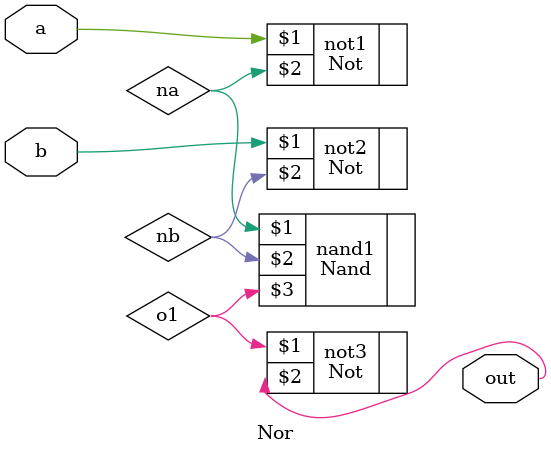
<source format=v>
module Nor(input a, b, output out);
    Not not1(a, na);
    Not not2(b, nb);

    Nand nand1(na, nb, o1);
    Not not3(o1, out);
endmodule
</source>
